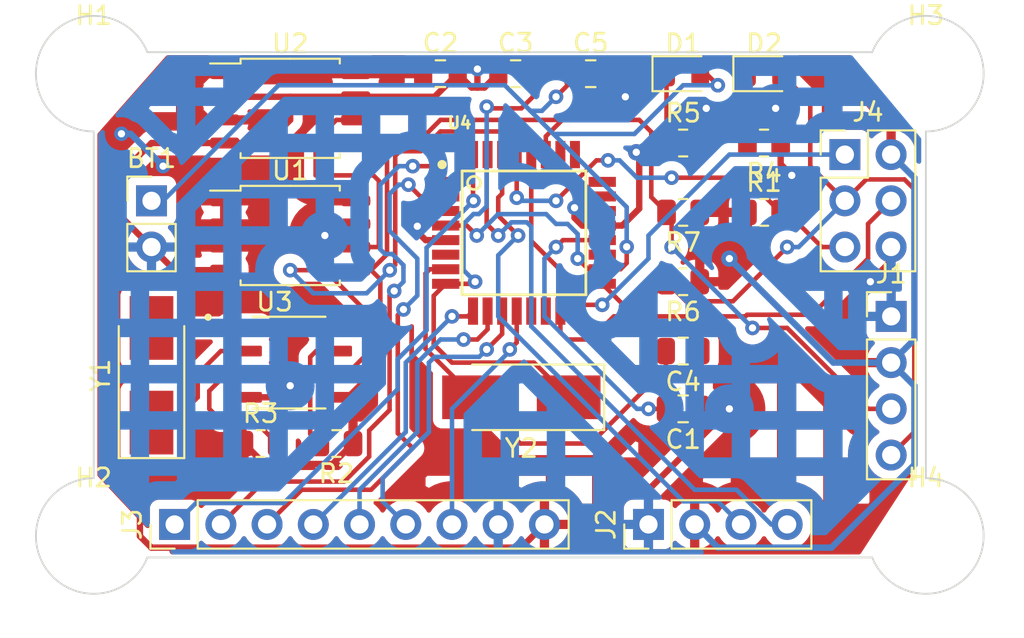
<source format=kicad_pcb>
(kicad_pcb (version 20221018) (generator pcbnew)
  (title_block (title "${project_name}") (date "2024-08-03") (rev "1") (comment 1 "2-Layer PCB version."))
  (layers (0 "F.Cu" mixed) (31 "B.Cu" mixed) (34 "B.Paste" user) (35 "F.Paste" user) (36 "B.SilkS" user "B.Silkscreen") (37 "F.SilkS" user "F.Silkscreen") (38 "B.Mask" user) (39 "F.Mask" user) (44 "Edge.Cuts" user))
  (property "project_name" "MCU Datalogger with memory and clock")
  (net 0 "")
  (net 1 "Net-(BT1-+)")
  (net 2 "GND")
  (net 3 "Net-(U4-AREF)")
  (net 4 "/Vcc")
  (net 5 "Net-(U4-PB7)")
  (net 6 "Net-(U4-PB6)")
  (net 7 "Net-(D1-K)")
  (net 8 "Net-(D2-K)")
  (net 9 "/SCK")
  (net 10 "/SDA")
  (net 11 "/RX")
  (net 12 "/TX")
  (net 13 "/D2")
  (net 14 "/D3")
  (net 15 "/D4")
  (net 16 "/D5")
  (net 17 "/D6")
  (net 18 "/D7")
  (net 19 "/D8")
  (net 20 "/MISO")
  (net 21 "/MOSI")
  (net 22 "/RESET")
  (net 23 "Net-(U3-SQW{slash}~INT)")
  (net 24 "Net-(U3-~{INTA})")
  (net 25 "Net-(U3-X1)")
  (net 26 "Net-(U3-X2)")
  (footprint "Resistor_SMD:R_0805_2012Metric" (layer "F.Cu") (at 111.125 86.36 180)
    (fp_text reference "R7")
    (fp_text value "4.7K")
  )
  (footprint "MountingHole:MountingHole_2.1mm" (layer "F.Cu") (at 78.74 78.74)
    (fp_text reference "H1")
    (fp_text value "MountingHole")
  )
  (footprint "Connector_PinHeader_2.54mm:PinHeader_1x04_P2.54mm_Vertical" (layer "F.Cu") (at 122.555 92.075)
    (fp_text reference "J1")
    (fp_text value "Conn_01x04_Pin")
  )
  (footprint "Connector_PinHeader_2.54mm:PinHeader_1x04_P2.54mm_Vertical" (layer "F.Cu") (at 109.22 103.505 90)
    (fp_text reference "J2")
    (fp_text value "Conn_01x04_Pin")
  )
  (footprint "MountingHole:MountingHole_2.1mm" (layer "F.Cu") (at 124.46 104.14)
    (fp_text reference "H4")
    (fp_text value "MountingHole")
  )
  (footprint "Resistor_SMD:R_0805_2012Metric" (layer "F.Cu") (at 115.57 82.55 180)
    (fp_text reference "R4")
    (fp_text value "330")
  )
  (footprint "Package_SO:SOIC-8_5.23x5.23mm_P1.27mm" (layer "F.Cu") (at 89.535 87.63)
    (fp_text reference "U1")
    (fp_text value "24LC1025")
  )
  (footprint "Footprints:QFP80P900X900X120-32N" (layer "F.Cu") (at 102.38 87.485)
    (fp_text reference "U4")
    (fp_text value "ATMEGA328P-AU")
  )
  (footprint "Capacitor_SMD:C_0805_2012Metric" (layer "F.Cu") (at 101.92 78.74)
    (fp_text reference "C3")
    (fp_text value "22pF")
  )
  (footprint "Resistor_SMD:R_0805_2012Metric" (layer "F.Cu") (at 115.57 86.36)
    (fp_text reference "R1")
    (fp_text value "10K")
  )
  (footprint "LED_SMD:LED_0805_2012Metric" (layer "F.Cu") (at 115.57 78.74)
    (fp_text reference "D2")
    (fp_text value "LED")
  )
  (footprint "Resistor_SMD:R_0805_2012Metric" (layer "F.Cu") (at 111.125 90.17 180)
    (fp_text reference "R6")
    (fp_text value "4.7K")
  )
  (footprint "Package_SO:SOIC-8_5.23x5.23mm_P1.27mm" (layer "F.Cu") (at 89.535 80.645)
    (fp_text reference "U2")
    (fp_text value "24LC1025")
  )
  (footprint "MountingHole:MountingHole_2.1mm" (layer "F.Cu") (at 124.46 78.74)
    (fp_text reference "H3")
    (fp_text value "MountingHole")
  )
  (footprint "Resistor_SMD:R_0805_2012Metric" (layer "F.Cu") (at 92.075 99.06 180)
    (fp_text reference "R2")
    (fp_text value "10K")
  )
  (footprint "Capacitor_SMD:C_0805_2012Metric" (layer "F.Cu") (at 106.045 78.74)
    (fp_text reference "C5")
    (fp_text value "100nF")
  )
  (footprint "Crystal:Crystal_SMD_5032-2Pin_5.0x3.2mm_HandSoldering" (layer "F.Cu") (at 81.915 95.31 90)
    (fp_text reference "Y1")
    (fp_text value "32.768 KHZ")
  )
  (footprint "Capacitor_SMD:C_0805_2012Metric" (layer "F.Cu") (at 111.125 97.155 180)
    (fp_text reference "C1")
    (fp_text value "0.1uF")
  )
  (footprint "Crystal:Crystal_SMD_5032-2Pin_5.0x3.2mm_HandSoldering" (layer "F.Cu") (at 102.235 96.52 180)
    (fp_text reference "Y2")
    (fp_text value "16 MHz")
  )
  (footprint "Capacitor_SMD:C_0805_2012Metric" (layer "F.Cu") (at 111.125 93.98 180)
    (fp_text reference "C4")
    (fp_text value "22pF")
  )
  (footprint "Resistor_SMD:R_0805_2012Metric" (layer "F.Cu") (at 87.9075 99.06)
    (fp_text reference "R3")
    (fp_text value "10K")
  )
  (footprint "Resistor_SMD:R_0805_2012Metric" (layer "F.Cu") (at 111.125 82.55)
    (fp_text reference "R5")
    (fp_text value "330")
  )
  (footprint "Connector_PinHeader_2.54mm:PinHeader_1x09_P2.54mm_Vertical" (layer "F.Cu") (at 83.185 103.505 90)
    (fp_text reference "J3")
    (fp_text value "Conn_01x09_Pin")
  )
  (footprint "Capacitor_SMD:C_0805_2012Metric" (layer "F.Cu") (at 97.79 78.74)
    (fp_text reference "C2")
    (fp_text value "0.1uF")
  )
  (footprint "MountingHole:MountingHole_2.1mm" (layer "F.Cu") (at 78.74 104.14)
    (fp_text reference "H2")
    (fp_text value "MountingHole")
  )
  (footprint "Footprints:SOIC127P600X175-8N" (layer "F.Cu") (at 89.47 94.615)
    (fp_text reference "U3")
    (fp_text value "DS1337S_")
  )
  (footprint "LED_SMD:LED_0805_2012Metric" (layer "F.Cu") (at 111.125 78.74)
    (fp_text reference "D1")
    (fp_text value "LED")
  )
  (footprint "Connector_PinHeader_2.54mm:PinHeader_1x02_P2.54mm_Vertical" (layer "F.Cu") (at 81.915 85.725)
    (fp_text reference "BT1")
    (fp_text value "Battery")
  )
  (footprint "Connector_PinHeader_2.54mm:PinHeader_2x03_P2.54mm_Vertical" (layer "F.Cu") (at 120.01 83.185)
    (fp_text reference "J4")
    (fp_text value "Conn_02x03_Odd_Even")
  )
  (gr_arc (start 78.74 81.915) (mid 76.110887 76.960003) (end 81.687913 77.560835) (stroke (width 0.1)) (layer "Edge.Cuts"))
  (gr_arc (start 124.46 100.965) (mid 127.089113 105.919997) (end 121.512087 105.319165) (stroke (width 0.1)) (layer "Edge.Cuts"))
  (gr_line (start 78.74 81.915) (end 78.74 100.965) (stroke (width 0.1)) (layer "Edge.Cuts"))
  (gr_arc (start 121.512087 77.560835) (mid 127.089113 76.960004) (end 124.46 81.915) (stroke (width 0.1)) (layer "Edge.Cuts"))
  (gr_arc (start 81.687913 105.319165) (mid 76.110887 105.919996) (end 78.74 100.965) (stroke (width 0.1)) (layer "Edge.Cuts"))
  (gr_line (start 81.687913 105.319165) (end 121.512087 105.319165) (stroke (width 0.1)) (layer "Edge.Cuts"))
  (gr_line (start 124.46 81.915) (end 124.46 100.965) (stroke (width 0.1)) (layer "Edge.Cuts"))
  (gr_line (start 81.687913 77.560835) (end 121.512087 77.560835) (stroke (width 0.1)) (layer "Edge.Cuts"))
  (segment (start 108.023036 88.251158) (end 108.023036 89.141964) (width 0.25) (layer "F.Cu") (net 1))
  (segment (start 108.023036 89.141964) (end 107.68 89.485) (width 0.25) (layer "F.Cu") (net 1))
  (segment (start 105.329998 88.9) (end 105.914998 89.485) (width 0.25) (layer "F.Cu") (net 1))
  (segment (start 112.395 78.74) (end 113.03 79.375) (width 0.25) (layer "F.Cu") (net 1))
  (segment (start 105.914998 89.485) (end 106.68 89.485) (width 0.25) (layer "F.Cu") (net 1))
  (segment (start 105.095 78.74) (end 105.095 79.055) (width 0.25) (layer "F.Cu") (net 1))
  (segment (start 105.095 79.055) (end 104.14 80.01) (width 0.25) (layer "F.Cu") (net 1))
  (segment (start 107.68 89.485) (end 106.68 89.485) (width 0.25) (layer "F.Cu") (net 1))
  (segment (start 99.24 87.085) (end 99.785 87.63) (width 0.25) (layer "F.Cu") (net 1))
  (segment (start 98.08 87.085) (end 99.24 87.085) (width 0.25) (layer "F.Cu") (net 1))
  (segment (start 112.0625 78.74) (end 112.395 78.74) (width 0.25) (layer "F.Cu") (net 1))
  (via (at 99.785 87.63) (size 0.8) (drill 0.4) (layers "F.Cu" "B.Cu") (net 1))
  (via (at 104.14 80.01) (size 0.8) (drill 0.4) (layers "F.Cu" "B.Cu") (net 1))
  (via (at 113.03 79.375) (size 0.8) (drill 0.4) (layers "F.Cu" "B.Cu") (net 1))
  (via (at 108.023036 88.251158) (size 0.8) (drill 0.4) (layers "F.Cu" "B.Cu") (net 1))
  (via (at 105.329998 88.9) (size 0.8) (drill 0.4) (layers "F.Cu" "B.Cu") (net 1))
  (segment (start 102.732969 80.782031) (end 104.002969 82.052031) (width 0.25) (layer "B.Cu") (net 1))
  (segment (start 82.55 85.725) (end 88.9 79.375) (width 0.25) (layer "B.Cu") (net 1))
  (segment (start 101.325939 79.375) (end 102.732969 80.782031) (width 0.25) (layer "B.Cu") (net 1))
  (segment (start 104.002969 82.052031) (end 108.023036 86.072097) (width 0.25) (layer "B.Cu") (net 1))
  (segment (start 104.14 80.01) (end 103.367969 80.782031) (width 0.25) (layer "B.Cu") (net 1))
  (segment (start 105.329998 87.549998) (end 105.329998 88.9) (width 0.25) (layer "B.Cu") (net 1))
  (segment (start 99.785 87.63) (end 100.96 86.455) (width 0.25) (layer "B.Cu") (net 1))
  (segment (start 108.023036 86.072097) (end 108.023036 88.251158) (width 0.25) (layer "B.Cu") (net 1))
  (segment (start 113.03 79.375) (end 111.125 79.375) (width 0.25) (layer "B.Cu") (net 1))
  (segment (start 103.367969 80.782031) (end 102.732969 80.782031) (width 0.25) (layer "B.Cu") (net 1))
  (segment (start 88.9 79.375) (end 101.325939 79.375) (width 0.25) (layer "B.Cu") (net 1))
  (segment (start 111.125 79.375) (end 108.447969 82.052031) (width 0.25) (layer "B.Cu") (net 1))
  (segment (start 104.14 86.995) (end 104.775 86.995) (width 0.25) (layer "B.Cu") (net 1))
  (segment (start 100.96 86.455) (end 103.6 86.455) (width 0.25) (layer "B.Cu") (net 1))
  (segment (start 108.447969 82.052031) (end 104.002969 82.052031) (width 0.25) (layer "B.Cu") (net 1))
  (segment (start 103.6 86.455) (end 104.14 86.995) (width 0.25) (layer "B.Cu") (net 1))
  (segment (start 104.775 86.995) (end 105.329998 87.549998) (width 0.25) (layer "B.Cu") (net 1))
  (segment (start 98.08 87.885) (end 96.98 87.885) (width 0.35) (layer "F.Cu") (net 2))
  (segment (start 96.816 86.449) (end 96.52 86.745) (width 0.35) (layer "F.Cu") (net 2))
  (segment (start 112.1175 80.9225) (end 112.0375 80.9225) (width 0.35) (layer "F.Cu") (net 2))
  (segment (start 122.55 89.032) (end 122.55 88.265) (width 0.35) (layer "F.Cu") (net 2))
  (segment (start 100.208 79.502) (end 100.97 78.74) (width 0.35) (layer "F.Cu") (net 2))
  (segment (start 106.995 79.69) (end 107.315 80.01) (width 0.35) (layer "F.Cu") (net 2))
  (segment (start 96.98 86.285) (end 96.816 86.449) (width 0.35) (layer "F.Cu") (net 2))
  (segment (start 93.77 80.01) (end 96.266 80.01) (width 0.35) (layer "F.Cu") (net 2))
  (segment (start 106.995 78.74) (end 106.995 79.69) (width 0.35) (layer "F.Cu") (net 2))
  (segment (start 89.535 80.01) (end 93.77 80.01) (width 0.35) (layer "F.Cu") (net 2))
  (segment (start 96.266 80.01) (end 97.47 80.01) (width 0.35) (layer "F.Cu") (net 2))
  (segment (start 109.22 103.505) (end 109.22 101.6) (width 0.35) (layer "F.Cu") (net 2))
  (segment (start 105.156 86.661) (end 105.156 86.106) (width 0.35) (layer "F.Cu") (net 2))
  (segment (start 92.075 86.995) (end 91.44 87.63) (width 0.35) (layer "F.Cu") (net 2))
  (segment (start 80.01 84.455) (end 81.915 82.55) (width 0.35) (layer "F.Cu") (net 2))
  (segment (start 112.0375 80.9225) (end 112.0375 82.55) (width 0.35) (layer "F.Cu") (net 2))
  (segment (start 98.08 86.285) (end 96.98 86.285) (width 0.35) (layer "F.Cu") (net 2))
  (segment (start 116.4825 82.55) (end 116.4825 80.9225) (width 0.35) (layer "F.Cu") (net 2))
  (segment (start 99.502 79.502) (end 99.822 79.502) (width 0.35) (layer "F.Cu") (net 2))
  (segment (start 88.9 96.52) (end 89.535 95.885) (width 0.35) (layer "F.Cu") (net 2))
  (segment (start 83.175 89.535) (end 80.01 86.37) (width 0.35) (layer "F.Cu") (net 2))
  (segment (start 108.55 83.058) (end 108.55 83.15) (width 0.35) (layer "F.Cu") (net 2))
  (segment (start 109.22 101.6) (end 113.665 97.155) (width 0.35) (layer "F.Cu") (net 2))
  (segment (start 121.412 90.17) (end 122.55 89.032) (width 0.35) (layer "F.Cu") (net 2))
  (segment (start 99.822 79.502) (end 99.822 78.486) (width 0.35) (layer "F.Cu") (net 2))
  (segment (start 122.55 92.07) (end 122.555 92.075) (width 0.35) (layer "F.Cu") (net 2))
  (segment (start 98.74 78.74) (end 99.502 79.502) (width 0.35) (layer "F.Cu") (net 2))
  (segment (start 86.57 80.01) (end 89.535 80.01) (width 0.35) (layer "F.Cu") (net 2))
  (segment (start 105.58 87.085) (end 105.156 86.661) (width 0.35) (layer "F.Cu") (net 2))
  (segment (start 97.47 80.01) (end 98.74 78.74) (width 0.35) (layer "F.Cu") (net 2))
  (segment (start 86.57 89.535) (end 83.175 89.535) (width 0.35) (layer "F.Cu") (net 2))
  (segment (start 108.712 86.153) (end 107.78 87.085) (width 0.35) (layer "F.Cu") (net 2))
  (segment (start 108.712 83.312) (end 108.712 86.153) (width 0.35) (layer "F.Cu") (net 2))
  (segment (start 80.01 86.37) (end 80.01 84.455) (width 0.35) (layer "F.Cu") (net 2))
  (segment (start 96.52 86.745) (end 96.52 87.122) (width 0.35) (layer "F.Cu") (net 2))
  (segment (start 112.075 97.155) (end 112.075 93.98) (width 0.35) (layer "F.Cu") (net 2))
  (segment (start 112.075 97.155) (end 113.665 97.155) (width 0.35) (layer "F.Cu") (net 2))
  (segment (start 107.78 87.085) (end 106.68 87.085) (width 0.35) (layer "F.Cu") (net 2))
  (segment (start 96.52 87.425) (end 96.52 87.122) (width 0.35) (layer "F.Cu") (net 2))
  (segment (start 96.98 87.885) (end 96.52 87.425) (width 0.35) (layer "F.Cu") (net 2))
  (segment (start 99.822 79.502) (end 100.208 79.502) (width 0.35) (layer "F.Cu") (net 2))
  (segment (start 107.315 80.01) (end 107.95 80.01) (width 0.35) (layer "F.Cu") (net 2))
  (segment (start 87.695 96.52) (end 88.9 96.52) (width 0.35) (layer "F.Cu") (net 2))
  (segment (start 112.395 80.645) (end 112.1175 80.9225) (width 0.35) (layer "F.Cu") (net 2))
  (segment (start 93.77 86.995) (end 92.075 86.995) (width 0.35) (layer "F.Cu") (net 2))
  (segment (start 116.4825 82.55) (end 116.4825 83.7165) (width 0.35) (layer "F.Cu") (net 2))
  (segment (start 106.68 87.085) (end 105.58 87.085) (width 0.35) (layer "F.Cu") (net 2))
  (segment (start 116.4825 83.7165) (end 117.094 84.328) (width 0.35) (layer "F.Cu") (net 2))
  (segment (start 108.55 83.15) (end 108.712 83.312) (width 0.35) (layer "F.Cu") (net 2))
  (segment (start 89.535 81.28) (end 89.535 80.01) (width 0.35) (layer "F.Cu") (net 2))
  (segment (start 81.915 82.55) (end 88.265 82.55) (width 0.35) (layer "F.Cu") (net 2))
  (segment (start 88.265 82.55) (end 89.535 81.28) (width 0.35) (layer "F.Cu") (net 2))
  (segment (start 116.4825 80.9225) (end 116.205 80.645) (width 0.35) (layer "F.Cu") (net 2))
  (via (at 105.156 86.106) (size 0.8) (drill 0.4) (layers "F.Cu" "B.Cu") (net 2))
  (via (at 112.395 80.645) (size 0.9) (drill 0.4) (layers "F.Cu" "B.Cu") (net 2))
  (via (at 91.44 87.63) (size 0.9) (drill 0.4) (layers "F.Cu" "B.Cu") (net 2))
  (via (at 96.52 87.122) (size 0.8) (drill 0.4) (layers "F.Cu" "B.Cu") (net 2))
  (via (at 89.535 95.885) (size 0.9) (drill 0.4) (layers "F.Cu" "B.Cu") (net 2))
  (via (at 113.665 97.155) (size 0.9) (drill 0.4) (layers "F.Cu" "B.Cu") (net 2))
  (via (at 99.822 78.486) (size 0.8) (drill 0.4) (layers "F.Cu" "B.Cu") (net 2))
  (via (at 116.205 80.645) (size 0.9) (drill 0.4) (layers "F.Cu" "B.Cu") (net 2))
  (via (at 121.412 90.17) (size 0.8) (drill 0.4) (layers "F.Cu" "B.Cu") (net 2))
  (via (at 107.95 80.01) (size 0.9) (drill 0.4) (layers "F.Cu" "B.Cu") (net 2))
  (via (at 117.094 84.328) (size 0.8) (drill 0.4) (layers "F.Cu" "B.Cu") (net 2))
  (via (at 108.55 83.058) (size 0.9) (drill 0.4) (layers "F.Cu" "B.Cu") (net 2))
  (segment (start 110.175 97.155) (end 109.22 97.155) (width 0.25) (layer "F.Cu") (net 3))
  (segment (start 104.52 87.885) (end 106.68 87.885) (width 0.25) (layer "F.Cu") (net 3))
  (segment (start 104.14 88.265) (end 104.52 87.885) (width 0.25) (layer "F.Cu") (net 3))
  (via (at 104.14 88.265) (size 0.8) (drill 0.4) (layers "F.Cu" "B.Cu") (net 3))
  (via (at 109.22 97.155) (size 0.8) (drill 0.4) (layers "F.Cu" "B.Cu") (net 3))
  (segment (start 103.505 92.075) (end 108.585 97.155) (width 0.25) (layer "B.Cu") (net 3))
  (segment (start 103.505 88.9) (end 103.505 92.075) (width 0.25) (layer "B.Cu") (net 3))
  (segment (start 108.585 97.155) (end 109.22 97.155) (width 0.25) (layer "B.Cu") (net 3))
  (segment (start 104.14 88.265) (end 103.505 88.9) (width 0.25) (layer "B.Cu") (net 3))
  (segment (start 88.12 100.185) (end 91.8625 100.185) (width 0.35) (layer "F.Cu") (net 4))
  (segment (start 86.57 86.995) (end 86.57 85.725) (width 0.35) (layer "F.Cu") (net 4))
  (segment (start 89.321472 88.265) (end 91.861472 85.725) (width 0.35) (layer "F.Cu") (net 4))
  (segment (start 113.03 88.265) (end 113.665 88.9) (width 0.35) (layer "F.Cu") (net 4))
  (segment (start 102.23 104.78) (end 81.91 104.78) (width 0.35) (layer "F.Cu") (net 4))
  (segment (start 112.0375 88.265) (end 112.0375 86.36) (width 0.35) (layer "F.Cu") (net 4))
  (segment (start 93.77 78.74) (end 96.84 78.74) (width 0.35) (layer "F.Cu") (net 4))
  (segment (start 86.57 88.265) (end 86.57 86.995) (width 0.35) (layer "F.Cu") (net 4))
  (segment (start 81.28 102.235) (end 81.915 101.6) (width 0.35) (layer "F.Cu") (net 4))
  (segment (start 81.915 101.6) (end 85.725 101.6) (width 0.35) (layer "F.Cu") (net 4))
  (segment (start 86.995 100.33) (end 86.995 99.06) (width 0.35) (layer "F.Cu") (net 4))
  (segment (start 86.57 88.265) (end 89.321472 88.265) (width 0.35) (layer "F.Cu") (net 4))
  (segment (start 92.9875 99.06) (end 92.9875 98.7025) (width 0.35) (layer "F.Cu") (net 4))
  (segment (start 103.505 103.505) (end 102.23 104.78) (width 0.35) (layer "F.Cu") (net 4))
  (segment (start 86.57 78.74) (end 85.09 78.74) (width 0.35) (layer "F.Cu") (net 4))
  (segment (start 114.6575 86.36) (end 112.0375 86.36) (width 0.35) (layer "F.Cu") (net 4))
  (segment (start 91.44 92.71) (end 92.645 92.71) (width 0.35) (layer "F.Cu") (net 4))
  (segment (start 84.455 80.645) (end 85.09 81.28) (width 0.35) (layer "F.Cu") (net 4))
  (segment (start 84.455 79.375) (end 84.455 80.645) (width 0.35) (layer "F.Cu") (net 4))
  (segment (start 86.995 99.06) (end 86.995 98.425) (width 0.35) (layer "F.Cu") (net 4))
  (segment (start 86.995 99.06) (end 88.12 100.185) (width 0.35) (layer "F.Cu") (net 4))
  (segment (start 81.91 104.78) (end 81.28 104.15) (width 0.35) (layer "F.Cu") (net 4))
  (segment (start 85.725 101.6) (end 86.995 100.33) (width 0.35) (layer "F.Cu") (net 4))
  (segment (start 91.861472 85.725) (end 93.77 85.725) (width 0.35) (layer "F.Cu") (net 4))
  (segment (start 112.0375 88.265) (end 113.03 88.265) (width 0.35) (layer "F.Cu") (net 4))
  (segment (start 85.09 78.74) (end 84.455 79.375) (width 0.35) (layer "F.Cu") (net 4))
  (segment (start 91.8625 100.185) (end 92.9875 99.06) (width 0.35) (layer "F.Cu") (net 4))
  (segment (start 85.09 81.28) (end 86.57 81.28) (width 0.35) (layer "F.Cu") (net 4))
  (segment (start 112.0375 90.17) (end 112.0375 88.265) (width 0.35) (layer "F.Cu") (net 4))
  (segment (start 81.28 104.15) (end 81.28 102.235) (width 0.35) (layer "F.Cu") (net 4))
  (via (at 80.264 82.042) (size 0.8) (drill 0.4) (layers "F.Cu" "B.Cu") (net 4))
  (via (at 113.665 88.9) (size 0.9) (drill 0.4) (layers "F.Cu" "B.Cu") (net 4))
  (via (at 82.55 83.82) (size 0.8) (drill 0.4) (layers "F.Cu" "B.Cu") (net 4))
  (segment (start 119.38 94.615) (end 113.665 88.9) (width 0.35) (layer "B.Cu") (net 4))
  (segment (start 123.83 93.34) (end 122.555 94.615) (width 0.35) (layer "B.Cu") (net 4))
  (segment (start 122.555 94.615) (end 120.65 94.615) (width 0.35) (layer "B.Cu") (net 4))
  (segment (start 119.273123 104.78) (end 123.83 100.223123) (width 0.35) (layer "B.Cu") (net 4))
  (segment (start 123.83 100.223123) (end 123.83 95.89) (width 0.35) (layer "B.Cu") (net 4))
  (segment (start 80.264 82.042) (end 80.772 82.042) (width 0.35) (layer "B.Cu") (net 4))
  (segment (start 113.035 104.78) (end 119.273123 104.78) (width 0.35) (layer "B.Cu") (net 4))
  (segment (start 80.772 82.042) (end 82.55 83.82) (width 0.35) (layer "B.Cu") (net 4))
  (segment (start 123.83 95.89) (end 122.555 94.615) (width 0.35) (layer "B.Cu") (net 4))
  (segment (start 120.65 94.615) (end 119.38 94.615) (width 0.35) (layer "B.Cu") (net 4))
  (segment (start 111.76 103.505) (end 113.035 104.78) (width 0.35) (layer "B.Cu") (net 4))
  (segment (start 123.83 84.465) (end 123.83 93.34) (width 0.35) (layer "B.Cu") (net 4))
  (segment (start 122.55 83.185) (end 123.83 84.465) (width 0.35) (layer "B.Cu") (net 4))
  (segment (start 98.425 94.615) (end 97.42 93.61) (width 0.25) (layer "F.Cu") (net 5))
  (segment (start 102.87 80.01) (end 102.87 78.74) (width 0.25) (layer "F.Cu") (net 5))
  (segment (start 99.58 90.285) (end 99.695 90.17) (width 0.25) (layer "F.Cu") (net 5))
  (segment (start 102.235 80.645) (end 102.87 80.01) (width 0.25) (layer "F.Cu") (net 5))
  (segment (start 104.835 96.52) (end 102.93 94.615) (width 0.25) (layer "F.Cu") (net 5))
  (segment (start 100.33 80.555) (end 100.42 80.645) (width 0.25) (layer "F.Cu") (net 5))
  (segment (start 97.42 93.61) (end 97.42 90.945) (width 0.25) (layer "F.Cu") (net 5))
  (segment (start 97.42 90.945) (end 98.08 90.285) (width 0.25) (layer "F.Cu") (net 5))
  (segment (start 98.08 90.285) (end 99.58 90.285) (width 0.25) (layer "F.Cu") (net 5))
  (segment (start 102.93 94.615) (end 98.425 94.615) (width 0.25) (layer "F.Cu") (net 5))
  (segment (start 100.42 80.645) (end 102.235 80.645) (width 0.25) (layer "F.Cu") (net 5))
  (via (at 99.695 90.17) (size 0.8) (drill 0.4) (layers "F.Cu" "B.Cu") (net 5))
  (via (at 100.33 80.555) (size 0.8) (drill 0.4) (layers "F.Cu" "B.Cu") (net 5))
  (segment (start 99.695 90.17) (end 99.06 89.535) (width 0.25) (layer "B.Cu") (net 5))
  (segment (start 99.06 89.535) (end 99.06 86.996396) (width 0.25) (layer "B.Cu") (net 5))
  (segment (start 100.33 86.025305) (end 100.33 80.555) (width 0.25) (layer "B.Cu") (net 5))
  (segment (start 99.06 86.996396) (end 99.606396 86.45) (width 0.25) (layer "B.Cu") (net 5))
  (segment (start 99.905305 86.45) (end 100.33 86.025305) (width 0.25) (layer "B.Cu") (net 5))
  (segment (start 99.606396 86.45) (end 99.905305 86.45) (width 0.25) (layer "B.Cu") (net 5))
  (segment (start 106.045 99.06) (end 110.175 94.93) (width 0.25) (layer "F.Cu") (net 6))
  (segment (start 99.635 96.52) (end 102.175 99.06) (width 0.25) (layer "F.Cu") (net 6))
  (segment (start 110.175 94.93) (end 110.175 93.98) (width 0.25) (layer "F.Cu") (net 6))
  (segment (start 102.175 99.06) (end 106.045 99.06) (width 0.25) (layer "F.Cu") (net 6))
  (segment (start 99.635 96.52) (end 96.97 93.855) (width 0.25) (layer "F.Cu") (net 6))
  (segment (start 96.97 93.855) (end 96.97 89.72) (width 0.25) (layer "F.Cu") (net 6))
  (segment (start 96.97 89.72) (end 97.205 89.485) (width 0.25) (layer "F.Cu") (net 6))
  (segment (start 97.205 89.485) (end 98.08 89.485) (width 0.25) (layer "F.Cu") (net 6))
  (segment (start 110.2125 82.55) (end 110.2125 78.765) (width 0.25) (layer "F.Cu") (net 7))
  (segment (start 110.2125 78.765) (end 110.1875 78.74) (width 0.25) (layer "F.Cu") (net 7))
  (segment (start 114.6575 82.55) (end 114.6575 78.765) (width 0.25) (layer "F.Cu") (net 8))
  (segment (start 114.6575 78.765) (end 114.6325 78.74) (width 0.25) (layer "F.Cu") (net 8))
  (segment (start 92.075 81.28) (end 93.77 81.28) (width 0.25) (layer "F.Cu") (net 9))
  (segment (start 123.825 85.09) (end 123.285 84.55) (width 0.25) (layer "F.Cu") (net 9))
  (segment (start 93.726 94.169) (end 93.726 91.821) (width 0.25) (layer "F.Cu") (net 9))
  (segment (start 94.107 84.328) (end 90.932 84.328) (width 0.25) (layer "F.Cu") (net 9))
  (segment (start 91.44 89.535) (end 91.44 89.160001) (width 0.25) (layer "F.Cu") (net 9))
  (segment (start 94.406001 84.627001) (end 94.107 84.328) (width 0.25) (layer "F.Cu") (net 9))
  (segment (start 90.932 82.423) (end 92.075 81.28) (width 0.25) (layer "F.Cu") (net 9))
  (segment (start 93.726 91.821) (end 91.44 89.535) (width 0.25) (layer "F.Cu") (net 9))
  (segment (start 108.7575 91.625) (end 108.02 91.625) (width 0.25) (layer "F.Cu") (net 9))
  (segment (start 102.78 87.930305) (end 105.134695 90.285) (width 0.25) (layer "F.Cu") (net 9))
  (segment (start 92.71 88.265) (end 94.406001 88.265) (width 0.25) (layer "F.Cu") (net 9))
  (segment (start 91.44 89.535) (end 89.535 89.535) (width 0.25) (layer "F.Cu") (net 9))
  (segment (start 118.11 80.3425) (end 118.11 83.825) (width 0.25) (layer "F.Cu") (net 9))
  (segment (start 123.825 98.425) (end 123.825 85.09) (width 0.25) (layer "F.Cu") (net 9))
  (segment (start 110.2125 90.17) (end 108.7575 91.625) (width 0.25) (layer "F.Cu") (net 9))
  (segment (start 95.306001 89.234305) (end 95.306001 83.255999) (width 0.25) (layer "F.Cu") (net 9))
  (segment (start 91.44 89.160001) (end 92.335001 88.265) (width 0.25) (layer "F.Cu") (net 9))
  (segment (start 116.5075 78.74) (end 118.11 80.3425) (width 0.25) (layer "F.Cu") (net 9))
  (segment (start 102.235 81.915) (end 102.78 82.46) (width 0.25) (layer "F.Cu") (net 9))
  (segment (start 108.02 91.625) (end 106.68 90.285) (width 0.25) (layer "F.Cu") (net 9))
  (segment (start 95.562 83) (end 96.706396 83) (width 0.25) (layer "F.Cu") (net 9))
  (segment (start 122.555 99.695) (end 123.825 98.425) (width 0.25) (layer "F.Cu") (net 9))
  (segment (start 111.2875 91.245) (end 113.86 91.245) (width 0.25) (layer "F.Cu") (net 9))
  (segment (start 90.932 84.328) (end 90.932 82.423) (width 0.25) (layer "F.Cu") (net 9))
  (segment (start 121.185 84.55) (end 120.01 85.725) (width 0.25) (layer "F.Cu") (net 9))
  (segment (start 102.78 83.185) (end 102.78 87.930305) (width 0.25) (layer "F.Cu") (net 9))
  (segment (start 118.11 83.825) (end 120.01 85.725) (width 0.25) (layer "F.Cu") (net 9))
  (segment (start 95.005306 89.535) (end 95.306001 89.234305) (width 0.25) (layer "F.Cu") (net 9))
  (segment (start 94.406001 88.265) (end 94.406001 84.627001) (width 0.25) (layer "F.Cu") (net 9))
  (segment (start 105.134695 90.285) (end 106.68 90.285) (width 0.25) (layer "F.Cu") (net 9))
  (segment (start 96.706396 83) (end 97.791396 81.915) (width 0.25) (layer "F.Cu") (net 9))
  (segment (start 102.78 82.46) (end 102.78 83.185) (width 0.25) (layer "F.Cu") (net 9))
  (segment (start 95.306001 83.255999) (end 95.562 83) (width 0.25) (layer "F.Cu") (net 9))
  (segment (start 113.86 91.245) (end 116.84 88.265) (width 0.25) (layer "F.Cu") (net 9))
  (segment (start 92.645 95.25) (end 93.726 94.169) (width 0.25) (layer "F.Cu") (net 9))
  (segment (start 97.791396 81.915) (end 102.235 81.915) (width 0.25) (layer "F.Cu") (net 9))
  (segment (start 123.285 84.55) (end 121.185 84.55) (width 0.25) (layer "F.Cu") (net 9))
  (segment (start 92.335001 88.265) (end 93.135 88.265) (width 0.25) (layer "F.Cu") (net 9))
  (segment (start 110.2125 90.17) (end 111.2875 91.245) (width 0.25) (layer "F.Cu") (net 9))
  (via (at 116.84 88.265) (size 0.8) (drill 0.4) (layers "F.Cu" "B.Cu") (net 9))
  (via (at 95.005306 89.535) (size 0.8) (drill 0.4) (layers "F.Cu" "B.Cu") (net 9))
  (via (at 89.535 89.535) (size 0.8) (drill 0.4) (layers "F.Cu" "B.Cu") (net 9))
  (segment (start 90.805 90.805) (end 93.735306 90.805) (width 0.25) (layer "B.Cu") (net 9))
  (segment (start 89.535 89.535) (end 90.805 90.805) (width 0.25) (layer "B.Cu") (net 9))
  (segment (start 117.47 88.265) (end 120.01 85.725) (width 0.25) (layer "B.Cu") (net 9))
  (segment (start 116.84 88.265) (end 117.47 88.265) (width 0.25) (layer "B.Cu") (net 9))
  (segment (start 93.735306 90.805) (end 95.005306 89.535) (width 0.25) (layer "B.Cu") (net 9))
  (segment (start 109.375 81.943) (end 108.712 81.28) (width 0.25) (layer "F.Cu") (net 10))
  (segment (start 94.488 90.043) (end 93.98 89.535) (width 0.25) (layer "F.Cu") (net 10))
  (segment (start 110.49 86.6375) (end 110.2125 86.36) (width 0.25) (layer "F.Cu") (net 10))
  (segment (start 93.98 89.535) (end 94.856001 88.658999) (width 0.25) (layer "F.Cu") (net 10))
  (segment (start 109.375 85.5225) (end 109.375 81.943) (width 0.25) (layer "F.Cu") (net 10))
  (segment (start 97.79 81.28) (end 104.775 81.28) (width 0.25) (layer "F.Cu") (net 10))
  (segment (start 110.2125 86.36) (end 109.375 85.5225) (width 0.25) (layer "F.Cu") (net 10))
  (segment (start 94.856001 82.943999) (end 95.25 82.55) (width 0.25) (layer "F.Cu") (net 10))
  (segment (start 95.25 82.55) (end 93.77 82.55) (width 0.25) (layer "F.Cu") (net 10))
  (segment (start 92.645 96.52) (end 94.488 94.677) (width 0.25) (layer "F.Cu") (net 10))
  (segment (start 96.52 82.55) (end 97.79 81.28) (width 0.25) (layer "F.Cu") (net 10))
  (segment (start 104.485 81.28) (end 103.58 82.185) (width 0.25) (layer "F.Cu") (net 10))
  (segment (start 108.712 81.28) (end 104.775 81.28) (width 0.25) (layer "F.Cu") (net 10))
  (segment (start 95.25 82.55) (end 96.52 82.55) (width 0.25) (layer "F.Cu") (net 10))
  (segment (start 103.58 82.185) (end 103.58 83.185) (width 0.25) (layer "F.Cu") (net 10))
  (segment (start 104.775 81.28) (end 104.485 81.28) (width 0.25) (layer "F.Cu") (net 10))
  (segment (start 120.65 96.52) (end 116.84 92.71) (width 0.25) (layer "F.Cu") (net 10))
  (segment (start 121.285 97.155) (end 120.65 96.52) (width 0.25) (layer "F.Cu") (net 10))
  (segment (start 116.84 92.71) (end 114.935 92.71) (width 0.25) (layer "F.Cu") (net 10))
  (segment (start 122.555 97.155) (end 121.285 97.155) (width 0.25) (layer "F.Cu") (net 10))
  (segment (start 110.49 88.265) (end 110.49 86.6375) (width 0.25) (layer "F.Cu") (net 10))
  (segment (start 94.488 94.677) (end 94.488 90.043) (width 0.25) (layer "F.Cu") (net 10))
  (segment (start 94.856001 88.658999) (end 94.856001 82.943999) (width 0.25) (layer "F.Cu") (net 10))
  (via (at 114.935 92.71) (size 0.8) (drill 0.4) (layers "F.Cu" "B.Cu") (net 10))
  (via (at 110.49 88.265) (size 0.8) (drill 0.4) (layers "F.Cu" "B.Cu") (net 10))
  (segment (start 114.935 92.71) (end 110.49 88.265) (width 0.25) (layer "B.Cu") (net 10))
  (segment (start 101.18 85.33) (end 101.18 83.185) (width 0.25) (layer "F.Cu") (net 11))
  (segment (start 100.965 85.545) (end 101.18 85.33) (width 0.25) (layer "F.Cu") (net 11))
  (segment (start 100.965 86.54) (end 100.965 85.545) (width 0.25) (layer "F.Cu") (net 11))
  (segment (start 102.055 87.63) (end 100.965 86.54) (width 0.25) (layer "F.Cu") (net 11))
  (via (at 102.055 87.63) (size 0.8) (drill 0.4) (layers "F.Cu" "B.Cu") (net 11))
  (segment (start 100.965 92.075) (end 111.125 102.235) (width 0.25) (layer "B.Cu") (net 11))
  (segment (start 100.965 88.72) (end 100.965 92.075) (width 0.25) (layer "B.Cu") (net 11))
  (segment (start 102.055 87.63) (end 100.965 88.72) (width 0.25) (layer "B.Cu") (net 11))
  (segment (start 113.03 102.235) (end 114.3 103.505) (width 0.25) (layer "B.Cu") (net 11))
  (segment (start 111.125 102.235) (end 113.03 102.235) (width 0.25) (layer "B.Cu") (net 11))
  (segment (start 100.33 86.995) (end 100.33 83.235) (width 0.25) (layer "F.Cu") (net 12))
  (segment (start 100.965 87.63) (end 100.33 86.995) (width 0.25) (layer "F.Cu") (net 12))
  (segment (start 100.33 83.235) (end 100.38 83.185) (width 0.25) (layer "F.Cu") (net 12))
  (via (at 100.965 87.63) (size 0.8) (drill 0.4) (layers "F.Cu" "B.Cu") (net 12))
  (segment (start 101.69 86.905) (end 102.535305 86.905) (width 0.25) (layer "B.Cu") (net 12))
  (segment (start 102.78 87.149695) (end 102.78 92.62) (width 0.25) (layer "B.Cu") (net 12))
  (segment (start 111.76 101.6) (end 114.056701 101.6) (width 0.25) (layer "B.Cu") (net 12))
  (segment (start 114.056701 101.6) (end 115.961701 103.505) (width 0.25) (layer "B.Cu") (net 12))
  (segment (start 102.535305 86.905) (end 102.78 87.149695) (width 0.25) (layer "B.Cu") (net 12))
  (segment (start 100.965 87.63) (end 101.69 86.905) (width 0.25) (layer "B.Cu") (net 12))
  (segment (start 102.78 92.62) (end 111.76 101.6) (width 0.25) (layer "B.Cu") (net 12))
  (segment (start 115.961701 103.505) (end 116.84 103.505) (width 0.25) (layer "B.Cu") (net 12))
  (segment (start 99.58 85.7) (end 99.58 83.185) (width 0.25) (layer "F.Cu") (net 13))
  (segment (start 99.605 85.725) (end 99.58 85.7) (width 0.25) (layer "F.Cu") (net 13))
  (via (at 99.605 85.725) (size 0.8) (drill 0.4) (layers "F.Cu" "B.Cu") (net 13))
  (segment (start 95.435 94.428604) (end 97.028 92.835604) (width 0.25) (layer "B.Cu") (net 13))
  (segment (start 97.028 92.835604) (end 97.028 88.302) (width 0.25) (layer "B.Cu") (net 13))
  (segment (start 83.185 103.505) (end 84.36 102.33) (width 0.25) (layer "B.Cu") (net 13))
  (segment (start 95.435 96.081) (end 95.435 94.428604) (width 0.25) (layer "B.Cu") (net 13))
  (segment (start 84.36 102.33) (end 89.186 102.33) (width 0.25) (layer "B.Cu") (net 13))
  (segment (start 97.028 88.302) (end 99.605 85.725) (width 0.25) (layer "B.Cu") (net 13))
  (segment (start 89.186 102.33) (end 95.435 96.081) (width 0.25) (layer "B.Cu") (net 13))
  (segment (start 94.996 90.932) (end 95.25 90.678) (width 0.25) (layer "F.Cu") (net 14))
  (segment (start 93.875 98.34419) (end 94.996 97.22319) (width 0.25) (layer "F.Cu") (net 14))
  (segment (start 85.725 103.505) (end 88.08 101.15) (width 0.25) (layer "F.Cu") (net 14))
  (segment (start 97.216 83.821) (end 98.08 84.685) (width 0.25) (layer "F.Cu") (net 14))
  (segment (start 94.996 97.22319) (end 94.996 90.932) (width 0.25) (layer "F.Cu") (net 14))
  (segment (start 93.875 99.77581) (end 93.875 98.34419) (width 0.25) (layer "F.Cu") (net 14))
  (segment (start 88.08 101.15) (end 92.50081 101.15) (width 0.25) (layer "F.Cu") (net 14))
  (segment (start 92.50081 101.15) (end 93.875 99.77581) (width 0.25) (layer "F.Cu") (net 14))
  (segment (start 96.266 83.821) (end 97.216 83.821) (width 0.25) (layer "F.Cu") (net 14))
  (via (at 96.266 83.821) (size 0.8) (drill 0.4) (layers "F.Cu" "B.Cu") (net 14))
  (via (at 95.25 90.678) (size 0.8) (drill 0.4) (layers "F.Cu" "B.Cu") (net 14))
  (segment (start 94.488 84.836) (end 95.503 83.821) (width 0.25) (layer "B.Cu") (net 14))
  (segment (start 95.503 83.821) (end 96.266 83.821) (width 0.25) (layer "B.Cu") (net 14))
  (segment (start 95.758 89.408) (end 95.758 89.262389) (width 0.25) (layer "B.Cu") (net 14))
  (segment (start 95.25 90.678) (end 95.758 90.17) (width 0.25) (layer "B.Cu") (net 14))
  (segment (start 95.758 89.262389) (end 95.141611 88.646) (width 0.25) (layer "B.Cu") (net 14))
  (segment (start 95.141611 88.646) (end 94.742 88.646) (width 0.25) (layer "B.Cu") (net 14))
  (segment (start 94.488 88.392) (end 94.488 84.836) (width 0.25) (layer "B.Cu") (net 14))
  (segment (start 95.758 90.17) (end 95.758 89.408) (width 0.25) (layer "B.Cu") (net 14))
  (segment (start 94.742 88.646) (end 94.488 88.392) (width 0.25) (layer "B.Cu") (net 14))
  (segment (start 95.446 98.494) (end 95.446 92.202) (width 0.25) (layer "F.Cu") (net 15))
  (segment (start 90.17 101.6) (end 93.98 101.6) (width 0.25) (layer "F.Cu") (net 15))
  (segment (start 93.98 101.6) (end 96.266 99.314) (width 0.25) (layer "F.Cu") (net 15))
  (segment (start 96.266 99.314) (end 95.446 98.494) (width 0.25) (layer "F.Cu") (net 15))
  (segment (start 88.265 103.505) (end 90.17 101.6) (width 0.25) (layer "F.Cu") (net 15))
  (segment (start 95.446 92.006) (end 95.758 91.694) (width 0.25) (layer "F.Cu") (net 15))
  (segment (start 95.446 92.202) (end 95.446 92.006) (width 0.25) (layer "F.Cu") (net 15))
  (segment (start 97.205 85.485) (end 98.08 85.485) (width 0.25) (layer "F.Cu") (net 15))
  (segment (start 96.031001 84.836) (end 96.680001 85.485) (width 0.25) (layer "F.Cu") (net 15))
  (segment (start 96.680001 85.485) (end 98.08 85.485) (width 0.25) (layer "F.Cu") (net 15))
  (via (at 96.031001 84.836) (size 0.8) (drill 0.4) (layers "F.Cu" "B.Cu") (net 15))
  (via (at 95.758 91.694) (size 0.8) (drill 0.4) (layers "F.Cu" "B.Cu") (net 15))
  (segment (start 95.504 87.884) (end 94.996 87.376) (width 0.25) (layer "B.Cu") (net 15))
  (segment (start 96.52 90.932) (end 96.52 88.9) (width 0.25) (layer "B.Cu") (net 15))
  (segment (start 94.996 85.344) (end 95.504 84.836) (width 0.25) (layer "B.Cu") (net 15))
  (segment (start 96.52 88.9) (end 95.504 87.884) (width 0.25) (layer "B.Cu") (net 15))
  (segment (start 94.996 87.376) (end 94.996 85.344) (width 0.25) (layer "B.Cu") (net 15))
  (segment (start 95.504 84.836) (end 96.031001 84.836) (width 0.25) (layer "B.Cu") (net 15))
  (segment (start 95.758 91.694) (end 96.52 90.932) (width 0.25) (layer "B.Cu") (net 15))
  (segment (start 98.425 92.075) (end 99.29 92.075) (width 0.25) (layer "F.Cu") (net 16))
  (segment (start 99.29 92.075) (end 99.58 91.785) (width 0.25) (layer "F.Cu") (net 16))
  (via (at 98.425 92.075) (size 0.8) (drill 0.4) (layers "F.Cu" "B.Cu") (net 16))
  (segment (start 95.885 98.425) (end 95.885 94.615) (width 0.25) (layer "B.Cu") (net 16))
  (segment (start 90.805 103.505) (end 95.885 98.425) (width 0.25) (layer "B.Cu") (net 16))
  (segment (start 95.885 94.615) (end 98.425 92.075) (width 0.25) (layer "B.Cu") (net 16))
  (segment (start 99.82 93.345) (end 100.38 92.785) (width 0.25) (layer "F.Cu") (net 17))
  (segment (start 100.38 92.785) (end 100.38 91.785) (width 0.25) (layer "F.Cu") (net 17))
  (segment (start 99.06 93.345) (end 99.82 93.345) (width 0.25) (layer "F.Cu") (net 17))
  (via (at 99.06 93.345) (size 0.8) (drill 0.4) (layers "F.Cu" "B.Cu") (net 17))
  (segment (start 96.520698 94.615698) (end 97.790698 93.345698) (width 0.25) (layer "B.Cu") (net 17))
  (segment (start 93.345 101.601396) (end 93.345698 101.600698) (width 0.25) (layer "B.Cu") (net 17))
  (segment (start 93.345698 101.600698) (end 96.520698 98.425698) (width 0.25) (layer "B.Cu") (net 17))
  (segment (start 96.520698 98.425698) (end 96.520698 94.615698) (width 0.25) (layer "B.Cu") (net 17))
  (segment (start 93.345 103.505) (end 93.345 101.601396) (width 0.25) (layer "B.Cu") (net 17))
  (segment (start 97.790698 93.345698) (end 97.791396 93.345) (width 0.25) (layer "B.Cu") (net 17))
  (segment (start 97.791396 93.345) (end 99.06 93.345) (width 0.25) (layer "B.Cu") (net 17))
  (segment (start 100.33 93.89) (end 101.18 93.04) (width 0.25) (layer "F.Cu") (net 18))
  (segment (start 101.18 93.04) (end 101.18 91.785) (width 0.25) (layer "F.Cu") (net 18))
  (via (at 100.33 93.89) (size 0.8) (drill 0.4) (layers "F.Cu" "B.Cu") (net 18))
  (segment (start 99.921104 94.298896) (end 100.33 93.89) (width 0.25) (layer "B.Cu") (net 18))
  (segment (start 95.885 103.505) (end 94.616396 102.236396) (width 0.25) (layer "B.Cu") (net 18))
  (segment (start 94.616396 100.966396) (end 97.155 98.427792) (width 0.25) (layer "B.Cu") (net 18))
  (segment (start 97.155 94.617792) (end 97.473896 94.298896) (width 0.25) (layer "B.Cu") (net 18))
  (segment (start 97.473896 94.298896) (end 99.921104 94.298896) (width 0.25) (layer "B.Cu") (net 18))
  (segment (start 94.616396 102.236396) (end 94.616396 100.966396) (width 0.25) (layer "B.Cu") (net 18))
  (segment (start 97.155 95.25) (end 97.155 94.617792) (width 0.25) (layer "B.Cu") (net 18))
  (segment (start 97.155 98.427792) (end 97.155 95.25) (width 0.25) (layer "B.Cu") (net 18))
  (segment (start 101.6 93.89) (end 101.98 93.51) (width 0.25) (layer "F.Cu") (net 19))
  (segment (start 101.98 93.51) (end 101.98 91.785) (width 0.25) (layer "F.Cu") (net 19))
  (via (at 101.6 93.89) (size 0.8) (drill 0.4) (layers "F.Cu" "B.Cu") (net 19))
  (segment (start 101.6 93.98) (end 101.6 93.89) (width 0.25) (layer "B.Cu") (net 19))
  (segment (start 98.425 97.155) (end 99.695 95.885) (width 0.25) (layer "B.Cu") (net 19))
  (segment (start 98.425 103.505) (end 98.425 97.155) (width 0.25) (layer "B.Cu") (net 19))
  (segment (start 99.695 95.885) (end 101.6 93.98) (width 0.25) (layer "B.Cu") (net 19))
  (segment (start 106.68 91.44) (end 105.525 91.44) (width 0.25) (layer "F.Cu") (net 20))
  (segment (start 105.525 91.44) (end 105.18 91.785) (width 0.25) (layer "F.Cu") (net 20))
  (via (at 106.68 91.44) (size 0.8) (drill 0.4) (layers "F.Cu" "B.Cu") (net 20))
  (segment (start 109.22 87.63) (end 109.22 88.9) (width 0.25) (layer "B.Cu") (net 20))
  (segment (start 120.01 83.185) (end 113.665 83.185) (width 0.25) (layer "B.Cu") (net 20))
  (segment (start 113.665 83.185) (end 109.22 87.63) (width 0.25) (layer "B.Cu") (net 20))
  (segment (start 109.22 88.9) (end 106.68 91.44) (width 0.25) (layer "B.Cu") (net 20))
  (segment (start 106.045 93.345) (end 104.775 93.345) (width 0.25) (layer "F.Cu") (net 21))
  (segment (start 121.285 86.99) (end 121.285 88.9) (width 0.25) (layer "F.Cu") (net 21))
  (segment (start 121.285 88.9) (end 118.2 91.985) (width 0.25) (layer "F.Cu") (net 21))
  (segment (start 118.2 91.985) (end 114.634695 91.985) (width 0.25) (layer "F.Cu") (net 21))
  (segment (start 114.634695 91.985) (end 114.544695 92.075) (width 0.25) (layer "F.Cu") (net 21))
  (segment (start 114.544695 92.075) (end 107.315 92.075) (width 0.25) (layer "F.Cu") (net 21))
  (segment (start 107.315 92.075) (end 106.045 93.345) (width 0.25) (layer "F.Cu") (net 21))
  (segment (start 122.55 85.725) (end 121.285 86.99) (width 0.25) (layer "F.Cu") (net 21))
  (segment (start 104.38 92.95) (end 104.38 91.785) (width 0.25) (layer "F.Cu") (net 21))
  (segment (start 104.775 93.345) (end 104.38 92.95) (width 0.25) (layer "F.Cu") (net 21))
  (segment (start 106.3625 83.5025) (end 104.14 85.725) (width 0.25) (layer "F.Cu") (net 22))
  (segment (start 118.745 88.265) (end 120.01 88.265) (width 0.25) (layer "F.Cu") (net 22))
  (segment (start 106.9975 83.5025) (end 106.3625 83.5025) (width 0.25) (layer "F.Cu") (net 22))
  (segment (start 101.98 85.554823) (end 101.98 83.185) (width 0.25) (layer "F.Cu") (net 22))
  (segment (start 114.5775 84.455) (end 110.49 84.455) (width 0.25) (layer "F.Cu") (net 22))
  (segment (start 116.4825 86.36) (end 116.84 86.36) (width 0.25) (layer "F.Cu") (net 22))
  (segment (start 116.84 86.36) (end 118.745 88.265) (width 0.25) (layer "F.Cu") (net 22))
  (segment (start 116.4825 86.36) (end 114.5775 84.455) (width 0.25) (layer "F.Cu") (net 22))
  (via (at 106.9975 83.5025) (size 0.8) (drill 0.4) (layers "F.Cu" "B.Cu") (net 22))
  (via (at 110.49 84.455) (size 0.8) (drill 0.4) (layers "F.Cu" "B.Cu") (net 22))
  (via (at 101.98 85.554823) (size 0.8) (drill 0.4) (layers "F.Cu" "B.Cu") (net 22))
  (via (at 104.14 85.725) (size 0.8) (drill 0.4) (layers "F.Cu" "B.Cu") (net 22))
  (segment (start 101.98 85.554823) (end 102.150177 85.725) (width 0.25) (layer "B.Cu") (net 22))
  (segment (start 102.150177 85.725) (end 104.14 85.725) (width 0.25) (layer "B.Cu") (net 22))
  (segment (start 108.585 84.455) (end 110.49 84.455) (width 0.25) (layer "B.Cu") (net 22))
  (segment (start 107.6325 83.5025) (end 108.585 84.455) (width 0.25) (layer "B.Cu") (net 22))
  (segment (start 106.9975 83.5025) (end 107.6325 83.5025) (width 0.25) (layer "B.Cu") (net 22))
  (segment (start 90.635 94.305) (end 90.96 93.98) (width 0.25) (layer "F.Cu") (net 23))
  (segment (start 90.635 98.5325) (end 90.635 94.305) (width 0.25) (layer "F.Cu") (net 23))
  (segment (start 91.1625 99.06) (end 90.635 98.5325) (width 0.25) (layer "F.Cu") (net 23))
  (segment (start 90.96 93.98) (end 91.945 93.98) (width 0.25) (layer "F.Cu") (net 23))
  (segment (start 85.725 97.79) (end 85.09 97.155) (width 0.25) (layer "F.Cu") (net 24))
  (segment (start 85.09 97.155) (end 85.09 96.17) (width 0.25) (layer "F.Cu") (net 24))
  (segment (start 86.01 95.25) (end 86.995 95.25) (width 0.25) (layer "F.Cu") (net 24))
  (segment (start 85.09 96.17) (end 86.01 95.25) (width 0.25) (layer "F.Cu") (net 24))
  (segment (start 87.55 97.79) (end 85.725 97.79) (width 0.25) (layer "F.Cu") (net 24))
  (segment (start 88.82 99.06) (end 87.55 97.79) (width 0.25) (layer "F.Cu") (net 24))
  (segment (start 82.55 92.71) (end 87.695 92.71) (width 0.25) (layer "F.Cu") (net 25))
  (segment (start 83.065 97.91) (end 84.455 96.52) (width 0.25) (layer "F.Cu") (net 26))
  (segment (start 84.455 95.25) (end 85.725 93.98) (width 0.25) (layer "F.Cu") (net 26))
  (segment (start 85.725 93.98) (end 87.695 93.98) (width 0.25) (layer "F.Cu") (net 26))
  (segment (start 82.55 97.91) (end 83.065 97.91) (width 0.25) (layer "F.Cu") (net 26))
  (segment (start 84.455 96.52) (end 84.455 95.25) (width 0.25) (layer "F.Cu") (net 26))
  (zone (net 4) (net_name "/Vcc") (layer "F.Cu") (connect_pads (clearance 0.508)) (min_thickness 0.254) (fill yes (mode hatch) (thermal_gap 0.508) (thermal_bridge_width 0.508) (hatch_thickness 1.016) (hatch_gap 1.524) (hatch_orientation 0) (hatch_border_algorithm hatch_thickness) (hatch_min_hole_area 0.3))
    (polygon (pts (xy 120.343619 77.724) (xy 82.751619 77.724) (xy 78.941619 82.042) (xy 78.941619 100.838) (xy 83.005619 105.156) (xy 120.851619 105.156) (xy 124.153619 100.076) (xy 124.153619 82.296)))
  )
  (zone (net 2) (net_name "GND") (layer "B.Cu") (connect_pads (clearance 0.508)) (min_thickness 0.254) (fill yes (mode hatch) (thermal_gap 0.508) (thermal_bridge_width 0.508) (hatch_thickness 1.016) (hatch_gap 1.524) (hatch_orientation 0) (hatch_border_algorithm hatch_thickness) (hatch_min_hole_area 0.3))
    (polygon (pts (xy 120.396 77.724) (xy 82.804 77.724) (xy 78.994 82.042) (xy 78.994 100.838) (xy 83.058 105.156) (xy 120.904 105.156) (xy 124.206 100.076) (xy 124.206 82.296)))
  )
)
</source>
